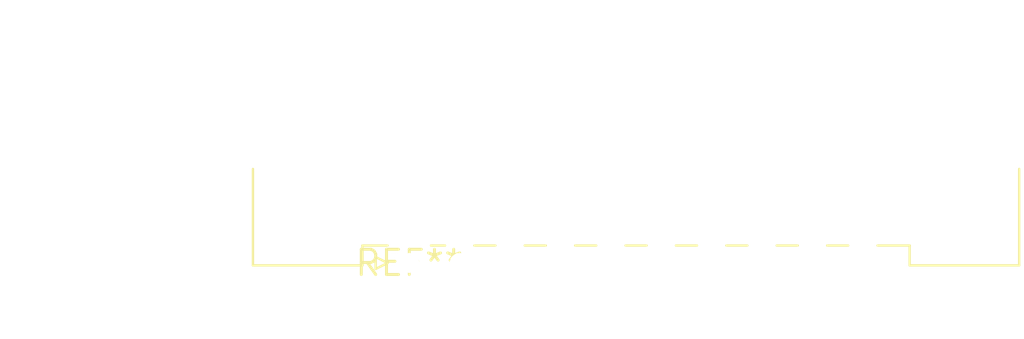
<source format=kicad_pcb>
(kicad_pcb (version 20240108) (generator pcbnew)
  (layers (0 "F.Cu" signal) (31 "B.Cu" signal) (34 "B.Paste" user) (35 "F.Paste" user) (36 "B.SilkS" user "B.Silkscreen") (37 "F.SilkS" user "F.Silkscreen") (38 "B.Mask" user) (39 "F.Mask" user) (44 "Edge.Cuts" user))
  (net 0 "")
  (footprint "DIN41612_Q3_2x10_Female_Horizontal_THT" (layer "F.Cu") (at 0 0)
    (property "Reference" "REF**")
    (property "Value" "DIN41612_Q3_2x10_Female_Horizontal_THT")
    (fp_line (start -7.88 -4.74) (end -7.88 0.12) (layer "F.SilkS") (stroke (width 0.12)))
    (fp_line (start -7.88 0.12) (end -2.36 0.12) (layer "F.SilkS") (stroke (width 0.12)))
    (fp_line (start -2.361 -0.88) (end -1.095 -0.88) (layer "F.SilkS") (stroke (width 0.12)))
    (fp_line (start -2.36 0.12) (end -2.36 -0.88) (layer "F.SilkS") (stroke (width 0.12)))
    (fp_line (start -1.695 -0.3) (end -1.695 0.3) (layer "F.SilkS") (stroke (width 0.12)))
    (fp_line (start -1.695 0.3) (end -1.095 0) (layer "F.SilkS") (stroke (width 0.12)))
    (fp_line (start -1.095 0) (end -1.695 -0.3) (layer "F.SilkS") (stroke (width 0.12)))
    (fp_line (start 1.095 -0.88) (end 1.801 -0.88) (layer "F.SilkS") (stroke (width 0.12)))
    (fp_line (start 3.28 -0.88) (end 4.341 -0.88) (layer "F.SilkS") (stroke (width 0.12)))
    (fp_line (start 5.82 -0.88) (end 6.881 -0.88) (layer "F.SilkS") (stroke (width 0.12)))
    (fp_line (start 8.36 -0.88) (end 9.421 -0.88) (layer "F.SilkS") (stroke (width 0.12)))
    (fp_line (start 10.9 -0.88) (end 11.961 -0.88) (layer "F.SilkS") (stroke (width 0.12)))
    (fp_line (start 13.44 -0.88) (end 14.501 -0.88) (layer "F.SilkS") (stroke (width 0.12)))
    (fp_line (start 15.98 -0.88) (end 17.041 -0.88) (layer "F.SilkS") (stroke (width 0.12)))
    (fp_line (start 18.52 -0.88) (end 19.581 -0.88) (layer "F.SilkS") (stroke (width 0.12)))
    (fp_line (start 21.06 -0.88) (end 22.121 -0.88) (layer "F.SilkS") (stroke (width 0.12)))
    (fp_line (start 23.6 -0.88) (end 25.22 -0.88) (layer "F.SilkS") (stroke (width 0.12)))
    (fp_line (start 25.22 0.12) (end 25.22 -0.88) (layer "F.SilkS") (stroke (width 0.12)))
    (fp_line (start 30.74 -4.74) (end 30.74 0.12) (layer "F.SilkS") (stroke (width 0.12)))
    (fp_line (start 30.74 0.12) (end 25.22 0.12) (layer "F.SilkS") (stroke (width 0.12)))
    (pad "" np_thru_hole circle (at -5.08 -2.54) (size 2.85 2.85) (drill 2.85) (layers *.Cu *.Mask))
    (pad "" np_thru_hole circle (at 27.94 -2.54) (size 2.85 2.85) (drill 2.85) (layers *.Cu *.Mask))
    (pad "a1" thru_hole roundrect (at 0 0) (size 1.55 1.55) (drill 1) (layers *.Cu *.Mask) (remove_unused_layers) (roundrect_rratio 0.16129))
    (pad "a2" thru_hole circle (at 2.54 0) (size 1.55 1.55) (drill 1) (layers *.Cu *.Mask) (remove_unused_layers))
    (pad "a3" thru_hole circle (at 5.08 0) (size 1.55 1.55) (drill 1) (layers *.Cu *.Mask) (remove_unused_layers))
    (pad "a4" thru_hole circle (at 7.62 0) (size 1.55 1.55) (drill 1) (layers *.Cu *.Mask) (remove_unused_layers))
    (pad "a5" thru_hole circle (at 10.16 0) (size 1.55 1.55) (drill 1) (layers *.Cu *.Mask) (remove_unused_layers))
    (pad "a6" thru_hole circle (at 12.7 0) (size 1.55 1.55) (drill 1) (layers *.Cu *.Mask) (remove_unused_layers))
    (pad "a7" thru_hole circle (at 15.24 0) (size 1.55 1.55) (drill 1) (layers *.Cu *.Mask) (remove_unused_layers))
    (pad "a8" thru_hole circle (at 17.78 0) (size 1.55 1.55) (drill 1) (layers *.Cu *.Mask) (remove_unused_layers))
    (pad "a9" thru_hole circle (at 20.32 0) (size 1.55 1.55) (drill 1) (layers *.Cu *.Mask) (remove_unused_layers))
    (pad "a10" thru_hole circle (at 22.86 0) (size 1.55 1.55) (drill 1) (layers *.Cu *.Mask) (remove_unused_layers))
    (pad "b1" thru_hole circle (at 0 2.54) (size 1.55 1.55) (drill 1) (layers *.Cu *.Mask) (remove_unused_layers))
    (pad "b2" thru_hole circle (at 2.54 2.54) (size 1.55 1.55) (drill 1) (layers *.Cu *.Mask) (remove_unused_layers))
    (pad "b3" thru_hole circle (at 5.08 2.54) (size 1.55 1.55) (drill 1) (layers *.Cu *.Mask) (remove_unused_layers))
    (pad "b4" thru_hole circle (at 7.62 2.54) (size 1.55 1.55) (drill 1) (layers *.Cu *.Mask) (remove_unused_layers))
    (pad "b5" thru_hole circle (at 10.16 2.54) (size 1.55 1.55) (drill 1) (layers *.Cu *.Mask) (remove_unused_layers))
    (pad "b6" thru_hole circle (at 12.7 2.54) (size 1.55 1.55) (drill 1) (layers *.Cu *.Mask) (remove_unused_layers))
    (pad "b7" thru_hole circle (at 15.24 2.54) (size 1.55 1.55) (drill 1) (layers *.Cu *.Mask) (remove_unused_layers))
    (pad "b8" thru_hole circle (at 17.78 2.54) (size 1.55 1.55) (drill 1) (layers *.Cu *.Mask) (remove_unused_layers))
    (pad "b9" thru_hole circle (at 20.32 2.54) (size 1.55 1.55) (drill 1) (layers *.Cu *.Mask) (remove_unused_layers))
    (pad "b10" thru_hole circle (at 22.86 2.54) (size 1.55 1.55) (drill 1) (layers *.Cu *.Mask) (remove_unused_layers))
  )
)
</source>
